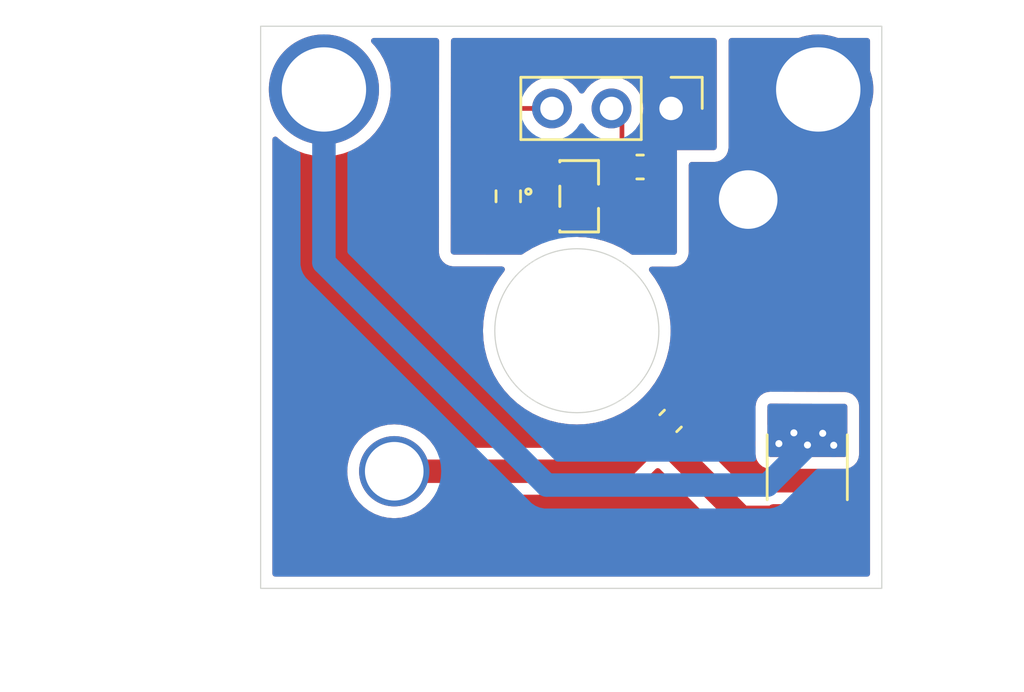
<source format=kicad_pcb>
(kicad_pcb (version 20240108) (generator "pcbnew") (generator_version "8.0")
  (layers (0 "F.Cu" signal) (31 "B.Cu" signal) (34 "B.Paste" user) (35 "F.Paste" user) (36 "B.SilkS" user "B.Silkscreen") (37 "F.SilkS" user "F.Silkscreen") (38 "B.Mask" user) (39 "F.Mask" user) (44 "Edge.Cuts" user))
  (net 0 "")
  (net 1 "Net-(J1-Pin_1)")
  (net 2 "GND")
  (net 3 "/SIGNAL")
  (net 4 "+3.3V")
  (net 5 "Net-(J3-Pin_1)")
  (net 6 "GNDPWR")
  (footprint "Capacitor_SMD:C_0603_1608Metric" (layer "F.Cu") (at 93.82 46.68 45)
    (property "Reference" "C1" (hide yes))
    (property "Value" "0.1uF" (hide yes))
    (fp_line (start -0.140581 -0.51) (end 0.140581 -0.51) (stroke (width 0.12)) (layer "F.SilkS"))
    (fp_line (start -0.140581 0.51) (end 0.140581 0.51) (stroke (width 0.12)) (layer "F.SilkS"))
    (pad "1" smd roundrect (at -0.775 0 45) (size 0.9 0.95) (layers "F.Cu" "F.Paste" "F.Mask") (net 5 "Net-(J3-Pin_1)"))
    (pad "2" smd roundrect (at 0.775 0 45) (size 0.9 0.95) (layers "F.Cu" "F.Paste" "F.Mask") (net 6 "GNDPWR"))
  )
  (footprint "UserLib:Motor_Conn" (layer "F.Cu") (at 97.13 37.23)
    (property "Reference" "J4" (hide yes))
    (property "Value" "MOTOR-" (hide yes))
    (pad "1" thru_hole circle (at 0 0) (size 3 3) (drill 2.5) (layers "*.Cu" "*.Mask") (net 6 "GNDPWR"))
  )
  (footprint "UserLib:3mm_Banana_Socket" (layer "F.Cu") (at 100.12 32.53)
    (property "Reference" "J2" (hide yes))
    (property "Value" "Power_GND" (hide yes))
    (pad "1" thru_hole circle (at 0 0) (size 4.7 4.7) (drill 3.6) (layers "*.Cu" "*.Mask") (net 6 "GNDPWR"))
  )
  (footprint "Connector_PinHeader_2.54mm:PinHeader_1x03_P2.54mm_Vertical" (layer "F.Cu") (at 93.84 33.34 -90)
    (property "Reference" "J5" (hide yes))
    (property "Value" "Conn_01x03_Pin" (hide yes))
    (fp_line (start -1.33 6.41) (end 1.33 6.41) (stroke (width 0.12)) (layer "F.SilkS"))
    (fp_line (start -1.33 1.27) (end -1.33 6.41) (stroke (width 0.12)) (layer "F.SilkS"))
    (fp_line (start -1.33 1.27) (end 1.33 1.27) (stroke (width 0.12)) (layer "F.SilkS"))
    (fp_line (start 1.33 1.27) (end 1.33 6.41) (stroke (width 0.12)) (layer "F.SilkS"))
    (fp_line (start -1.33 0) (end -1.33 -1.33) (stroke (width 0.12)) (layer "F.SilkS"))
    (fp_line (start -1.33 -1.33) (end 0 -1.33) (stroke (width 0.12)) (layer "F.SilkS"))
    (pad "1" thru_hole rect (at 0 0 270) (size 1.7 1.7) (drill 1) (layers "*.Cu" "*.Mask") (net 2 "GND"))
    (pad "2" thru_hole oval (at 0 2.54 270) (size 1.7 1.7) (drill 1) (layers "*.Cu" "*.Mask") (net 4 "+3.3V"))
    (pad "3" thru_hole oval (at 0 5.08 270) (size 1.7 1.7) (drill 1) (layers "*.Cu" "*.Mask") (net 3 "/SIGNAL"))
  )
  (footprint "Capacitor_SMD:C_0603_1608Metric" (layer "F.Cu") (at 92.52 35.84)
    (property "Reference" "C2" (hide yes))
    (property "Value" "0.1uF" (hide yes))
    (fp_line (start -0.14058 -0.51) (end 0.14058 -0.51) (stroke (width 0.12)) (layer "F.SilkS"))
    (fp_line (start -0.14058 0.51) (end 0.14058 0.51) (stroke (width 0.12)) (layer "F.SilkS"))
    (pad "1" smd roundrect (at -0.775 0) (size 0.9 0.95) (layers "F.Cu" "F.Paste" "F.Mask") (net 4 "+3.3V"))
    (pad "2" smd roundrect (at 0.775 0) (size 0.9 0.95) (layers "F.Cu" "F.Paste" "F.Mask") (net 2 "GND"))
  )
  (footprint "UserLib:SOT-23-3_L2.9-W1.6-P1.90-LS2.8-BR-CW" (layer "F.Cu") (at 89.98375 37.09 180)
    (property "Reference" "U1" (hide yes))
    (property "Value" "A3144E-JSM" (hide yes))
    (fp_line (start 0.889 1.524) (end -0.762 1.524) (stroke (width 0.125)) (layer "F.SilkS"))
    (fp_line (start 0.889 1.467) (end 0.889 1.524) (stroke (width 0.125)) (layer "F.SilkS"))
    (fp_line (start 0.889 -0.433) (end 0.889 0.433) (stroke (width 0.125)) (layer "F.SilkS"))
    (fp_line (start 0.889 -1.524) (end 0.889 -1.467) (stroke (width 0.125)) (layer "F.SilkS"))
    (fp_line (start -0.762 1.524) (end -0.762 0.517) (stroke (width 0.125)) (layer "F.SilkS"))
    (fp_line (start -0.762 -0.517) (end -0.762 -1.524) (stroke (width 0.125)) (layer "F.SilkS"))
    (fp_line (start -0.762 -1.524) (end 0.889 -1.524) (stroke (width 0.125)) (layer "F.SilkS"))
    (fp_circle (center 2.23 0.2) (end 2.28 0.2) (stroke (width 0.125)) (fill none) (layer "F.SilkS"))
    (pad "1" smd rect (at 1.25 0.95 90) (size 0.7 1.25) (layers "F.Cu" "F.Paste" "F.Mask") (net 4 "+3.3V"))
    (pad "2" smd rect (at -1.25 0 90) (size 0.7 1.25) (layers "F.Cu" "F.Paste" "F.Mask") (net 2 "GND"))
    (pad "3" smd rect (at 1.25 -0.95 90) (size 0.7 1.25) (layers "F.Cu" "F.Paste" "F.Mask") (net 3 "/SIGNAL"))
  )
  (footprint "UserLib:3mm_Banana_Socket" (layer "F.Cu") (at 79.03 32.53)
    (property "Reference" "J1" (hide yes))
    (property "Value" "9V_IN" (hide yes))
    (pad "1" thru_hole circle (at 0 0) (size 4.7 4.7) (drill 3.6) (layers "*.Cu" "*.Mask") (net 1 "Net-(J1-Pin_1)"))
  )
  (footprint "Resistor_SMD:R_0603_1608Metric" (layer "F.Cu") (at 86.895 37.09 -90)
    (property "Reference" "R1" (hide yes))
    (property "Value" "100K" (hide yes))
    (fp_line (start -0.237258 0.5225) (end 0.237258 0.5225) (stroke (width 0.12)) (layer "F.SilkS"))
    (fp_line (start -0.237258 -0.5225) (end 0.237258 -0.5225) (stroke (width 0.12)) (layer "F.SilkS"))
    (pad "1" smd roundrect (at -0.825 0 270) (size 0.8 0.95) (layers "F.Cu" "F.Paste" "F.Mask") (net 4 "+3.3V"))
    (pad "2" smd roundrect (at 0.825 0 270) (size 0.8 0.95) (layers "F.Cu" "F.Paste" "F.Mask") (net 3 "/SIGNAL"))
  )
  (footprint "UserLib:Motor_Conn" (layer "F.Cu") (at 82.03 48.83)
    (property "Reference" "J3" (hide yes))
    (property "Value" "MOTOR+" (hide yes))
    (pad "1" thru_hole circle (at 0 0) (size 3 3) (drill 2.5) (layers "*.Cu" "*.Mask") (net 5 "Net-(J3-Pin_1)"))
  )
  (footprint "Resistor_SMD:R_1812_4532Metric" (layer "F.Cu") (at 99.65 48.66 -90)
    (property "Reference" "F1" (hide yes))
    (property "Value" "9V3A" (hide yes))
    (fp_line (start -1.386252 1.71) (end 1.386252 1.71) (stroke (width 0.12)) (layer "F.SilkS"))
    (fp_line (start -1.386252 -1.71) (end 1.386252 -1.71) (stroke (width 0.12)) (layer "F.SilkS"))
    (pad "1" smd roundrect (at -2.1375 0 270) (size 1.125 3.4) (layers "F.Cu" "F.Paste" "F.Mask") (roundrect_rratio 0.222222) (net 1 "Net-(J1-Pin_1)"))
    (pad "2" smd roundrect (at 2.1375 0 270) (size 1.125 3.4) (layers "F.Cu" "F.Paste" "F.Mask") (roundrect_rratio 0.222222) (net 5 "Net-(J3-Pin_1)"))
  )
  (gr_rect (start 76.33 29.83) (end 102.83 53.83) (stroke (width 0.05)) (fill none) (layer "Edge.Cuts"))
  (gr_circle (center 89.82 42.83) (end 93.32 42.83) (stroke (width 0.05)) (fill none) (layer "Edge.Cuts"))
  (segment (start 99.66 46.5325) (end 99.65 46.5225) (width 1) (layer "F.Cu") (net 1))
  (via (at 99.66 47.71) (size 0.6) (drill 0.3) (layers "F.Cu" "B.Cu") (net 1))
  (via (at 100.31 47.21) (size 0.6) (drill 0.3) (layers "F.Cu" "B.Cu") (net 1))
  (via (at 100.78 47.72) (size 0.6) (drill 0.3) (layers "F.Cu" "B.Cu") (net 1))
  (via (at 99.08 47.19) (size 0.6) (drill 0.3) (layers "F.Cu" "B.Cu") (net 1))
  (via (at 98.44 47.65) (size 0.6) (drill 0.3) (layers "F.Cu" "B.Cu") (net 1))
  (segment (start 99.08 47.19) (end 100.29 47.19) (width 1) (layer "B.Cu") (net 1))
  (segment (start 99.08 47.19) (end 99.14 47.19) (width 1) (layer "B.Cu") (net 1))
  (segment (start 100.31 47.25) (end 100.78 47.72) (width 1) (layer "B.Cu") (net 1))
  (segment (start 99.14 47.19) (end 99.66 47.71) (width 1) (layer "B.Cu") (net 1))
  (segment (start 79.03 39.92) (end 84.98 45.87) (width 1) (layer "B.Cu") (net 1))
  (segment (start 100.71 47.65) (end 100.78 47.72) (width 1) (layer "B.Cu") (net 1))
  (segment (start 84.98 45.87) (end 88.53 49.42) (width 1) (layer "B.Cu") (net 1))
  (segment (start 94.38 49.42) (end 97.95 49.42) (width 1) (layer "B.Cu") (net 1))
  (segment (start 100.31 47.21) (end 100.31 47.25) (width 1) (layer "B.Cu") (net 1))
  (segment (start 98.44 47.65) (end 100.71 47.65) (width 1) (layer "B.Cu") (net 1))
  (segment (start 79.03 32.53) (end 79.03 39.92) (width 1) (layer "B.Cu") (net 1))
  (segment (start 97.95 49.42) (end 99.66 47.71) (width 1) (layer "B.Cu") (net 1))
  (segment (start 88.53 49.42) (end 94.38 49.42) (width 1) (layer "B.Cu") (net 1))
  (segment (start 100.29 47.19) (end 100.31 47.21) (width 1) (layer "B.Cu") (net 1))
  (segment (start 93.295 35.84) (end 93.295 33.885) (width 0.2) (layer "F.Cu") (net 2))
  (segment (start 91.23375 37.09) (end 92.045 37.09) (width 0.2) (layer "F.Cu") (net 2))
  (segment (start 93.295 33.885) (end 93.84 33.34) (width 0.2) (layer "F.Cu") (net 2))
  (segment (start 92.045 37.09) (end 93.295 35.84) (width 0.2) (layer "F.Cu") (net 2))
  (segment (start 86.165 37.915) (end 86.895 37.915) (width 0.2) (layer "F.Cu") (net 3))
  (segment (start 86.895 37.915) (end 88.60875 37.915) (width 0.2) (layer "F.Cu") (net 3))
  (segment (start 88.76 33.34) (end 87.28 33.34) (width 0.2) (layer "F.Cu") (net 3))
  (segment (start 85.41 35.21) (end 85.41 37.16) (width 0.2) (layer "F.Cu") (net 3))
  (segment (start 85.41 37.16) (end 86.165 37.915) (width 0.2) (layer "F.Cu") (net 3))
  (segment (start 88.60875 37.915) (end 88.73375 38.04) (width 0.2) (layer "F.Cu") (net 3))
  (segment (start 87.28 33.34) (end 85.41 35.21) (width 0.2) (layer "F.Cu") (net 3))
  (segment (start 91.445 36.14) (end 91.745 35.84) (width 0.2) (layer "F.Cu") (net 4))
  (segment (start 88.60875 36.265) (end 88.73375 36.14) (width 0.2) (layer "F.Cu") (net 4))
  (segment (start 91.745 35.84) (end 91.745 33.785) (width 0.2) (layer "F.Cu") (net 4))
  (segment (start 88.73375 36.14) (end 91.445 36.14) (width 0.2) (layer "F.Cu") (net 4))
  (segment (start 91.745 33.785) (end 91.3 33.34) (width 0.2) (layer "F.Cu") (net 4))
  (segment (start 86.895 36.265) (end 88.60875 36.265) (width 0.2) (layer "F.Cu") (net 4))
  (segment (start 96.841484 50.7975) (end 99.65 50.7975) (width 1) (layer "F.Cu") (net 5))
  (segment (start 93.271992 47.228008) (end 91.67 48.83) (width 1) (layer "F.Cu") (net 5))
  (segment (start 93.271992 47.228008) (end 96.841484 50.7975) (width 1) (layer "F.Cu") (net 5))
  (segment (start 91.67 48.83) (end 82.03 48.83) (width 1) (layer "F.Cu") (net 5))
  (segment (start 100.12 32.53) (end 100.12 34.24) (width 1) (layer "F.Cu") (net 6))
  (segment (start 97.13 43.37) (end 94.368008 46.131992) (width 1) (layer "F.Cu") (net 6))
  (segment (start 100.12 34.24) (end 97.13 37.23) (width 1) (layer "F.Cu") (net 6))
  (segment (start 97.13 37.23) (end 97.13 43.37) (width 1) (layer "F.Cu") (net 6))
  (zone (net 6) (net_name "GNDPWR") (layers "F&B.Cu") (connect_pads yes (clearance 0.5)) (min_thickness 0.25) (fill yes (thermal_gap 0.5) (thermal_bridge_width 0.5))
    (polygon (pts (xy 73.77 28.84) (xy 108.16 28.71) (xy 108.9 57.72) (xy 65.21 58.27)))
  )
  (zone (net 1) (net_name "Net-(J1-Pin_1)") (layers "F&B.Cu") (priority 1) (connect_pads yes (clearance 0.5)) (min_thickness 0.25) (fill yes (thermal_gap 0.5) (thermal_bridge_width 0.5))
    (polygon (pts (xy 97.95 48.22) (xy 101.36 48.22) (xy 101.36 45.95) (xy 97.95 45.94)))
  )
  (zone (net 2) (net_name "GND") (layers "F&B.Cu") (priority 1) (connect_pads yes (clearance 0.5)) (min_thickness 0.25) (fill yes (thermal_gap 0.5) (thermal_bridge_width 0.5))
    (polygon (pts (xy 84.45 29.8) (xy 84.44 39.58) (xy 94.09 39.59) (xy 94.09 35.12) (xy 95.79 35.12) (xy 95.79 29.81)))
  )
)
</source>
